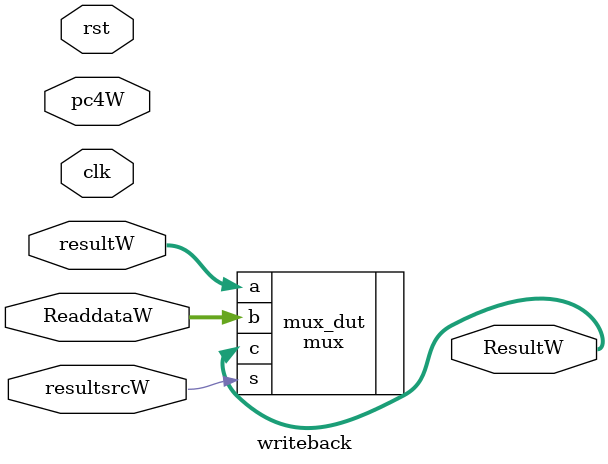
<source format=sv>
`include "Mux.sv"

module writeback(
input clk,rst,
input resultsrcW,
input [31:0] pc4W,resultW,ReaddataW,
output [31:0] ResultW);

mux mux_dut(.a(resultW),.b(ReaddataW),.s(resultsrcW),.c(ResultW));

endmodule
 
</source>
